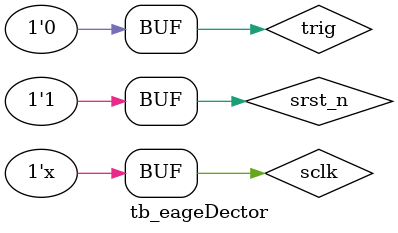
<source format=v>

`timescale 10ns / 10ns
module tb_eageDector ();
/////////////////////////////////////////////
// parameter and signals
/////////////////////////////////////////////
// parameter

// regs or wires
reg sclk = 0;
reg srst_n = 0;
reg trig = 0;
/////////////////////////////////////////////
// main code
/////////////////////////////////////////////
// System clock
always #10 sclk = ~sclk;

//inital
initial begin
    #0
     srst_n = 0;
    trig = 0;
    #30
     srst_n = 1;
    #50
     trig = 1;
    #100
     trig = 0;
end

wire n,p,np;
// models
eageDector ed_test_inst(
               .clk(sclk),
               .signal(trig),
               .signal_posedge(p),
               .signal_negedge(n),
               .signal_dual_eage(np)
           );

/////////////////////////////////////////////
// code end
/////////////////////////////////////////////
endmodule

</source>
